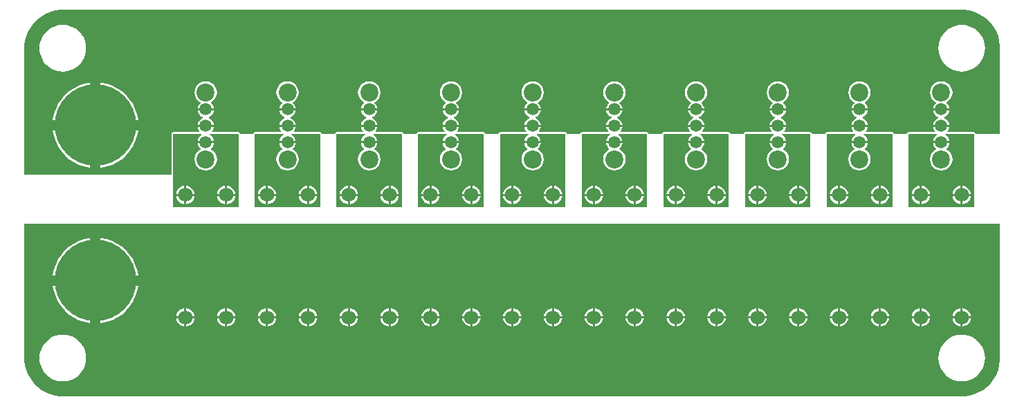
<source format=gtl>
G04*
G04 #@! TF.GenerationSoftware,Altium Limited,Altium Designer,18.1.9 (240)*
G04*
G04 Layer_Physical_Order=1*
G04 Layer_Color=255*
%FSLAX25Y25*%
%MOIN*%
G70*
G01*
G75*
%ADD14C,0.06890*%
%ADD15C,0.39370*%
%ADD16C,0.08661*%
%ADD17C,0.05906*%
G36*
X452756Y187772D02*
X453967D01*
X456369Y187456D01*
X458709Y186829D01*
X460947Y185902D01*
X463045Y184691D01*
X464967Y183216D01*
X466680Y181503D01*
X468155Y179581D01*
X469366Y177483D01*
X470294Y175245D01*
X470921Y172905D01*
X471237Y170503D01*
Y169291D01*
Y127953D01*
X459464D01*
X459403Y128260D01*
X459229Y128521D01*
X458969Y128694D01*
X458661Y128756D01*
X446166D01*
X445920Y129256D01*
X446366Y129837D01*
X446764Y130799D01*
X446834Y131331D01*
X442913D01*
X438992D01*
X439062Y130799D01*
X439461Y129837D01*
X439907Y129256D01*
X439660Y128756D01*
X427165D01*
X426858Y128694D01*
X426598Y128521D01*
X426424Y128260D01*
X426363Y127953D01*
X420094D01*
X420033Y128260D01*
X419859Y128521D01*
X419599Y128694D01*
X419291Y128756D01*
X406796D01*
X406550Y129256D01*
X406996Y129837D01*
X407394Y130799D01*
X407464Y131331D01*
X403543D01*
X399622D01*
X399692Y130799D01*
X400091Y129837D01*
X400537Y129256D01*
X400290Y128756D01*
X387795D01*
X387488Y128694D01*
X387228Y128521D01*
X387054Y128260D01*
X386993Y127953D01*
X380724D01*
X380663Y128260D01*
X380489Y128521D01*
X380228Y128694D01*
X379921Y128756D01*
X367426D01*
X367179Y129256D01*
X367626Y129837D01*
X368024Y130799D01*
X368094Y131331D01*
X364173D01*
X360252D01*
X360322Y130799D01*
X360720Y129837D01*
X361167Y129256D01*
X360920Y128756D01*
X348425D01*
X348118Y128694D01*
X347857Y128521D01*
X347684Y128260D01*
X347622Y127953D01*
X341354D01*
X341293Y128260D01*
X341119Y128521D01*
X340858Y128694D01*
X340551Y128756D01*
X328056D01*
X327810Y129256D01*
X328256Y129837D01*
X328654Y130799D01*
X328724Y131331D01*
X324803D01*
X320882D01*
X320952Y130799D01*
X321350Y129837D01*
X321797Y129256D01*
X321550Y128756D01*
X309055D01*
X308748Y128694D01*
X308487Y128521D01*
X308313Y128260D01*
X308252Y127953D01*
X301984D01*
X301923Y128260D01*
X301749Y128521D01*
X301488Y128694D01*
X301181Y128756D01*
X288686D01*
X288439Y129256D01*
X288886Y129837D01*
X289284Y130799D01*
X289354Y131331D01*
X285433D01*
X281512D01*
X281582Y130799D01*
X281980Y129837D01*
X282427Y129256D01*
X282180Y128756D01*
X269685D01*
X269378Y128694D01*
X269117Y128521D01*
X268943Y128260D01*
X268882Y127953D01*
X262614D01*
X262553Y128260D01*
X262379Y128521D01*
X262118Y128694D01*
X261811Y128756D01*
X249316D01*
X249069Y129256D01*
X249516Y129837D01*
X249914Y130799D01*
X249984Y131331D01*
X246063D01*
X242142D01*
X242212Y130799D01*
X242610Y129837D01*
X243057Y129256D01*
X242810Y128756D01*
X230315D01*
X230008Y128694D01*
X229747Y128521D01*
X229573Y128260D01*
X229512Y127953D01*
X223244D01*
X223183Y128260D01*
X223009Y128521D01*
X222748Y128694D01*
X222441Y128756D01*
X209946D01*
X209699Y129256D01*
X210146Y129837D01*
X210544Y130799D01*
X210614Y131331D01*
X206693D01*
X202772D01*
X202842Y130799D01*
X203240Y129837D01*
X203686Y129256D01*
X203440Y128756D01*
X190945D01*
X190638Y128694D01*
X190377Y128521D01*
X190203Y128260D01*
X190142Y127953D01*
X183874D01*
X183813Y128260D01*
X183639Y128521D01*
X183378Y128694D01*
X183071Y128756D01*
X170576D01*
X170329Y129256D01*
X170775Y129837D01*
X171174Y130799D01*
X171244Y131331D01*
X167323D01*
X163402D01*
X163472Y130799D01*
X163870Y129837D01*
X164316Y129256D01*
X164070Y128756D01*
X151575D01*
X151268Y128694D01*
X151007Y128521D01*
X150833Y128260D01*
X150772Y127953D01*
X144504D01*
X144442Y128260D01*
X144269Y128521D01*
X144008Y128694D01*
X143701Y128756D01*
X131206D01*
X130959Y129256D01*
X131405Y129837D01*
X131804Y130799D01*
X131874Y131331D01*
X127953D01*
X124032D01*
X124102Y130799D01*
X124500Y129837D01*
X124946Y129256D01*
X124700Y128756D01*
X112205D01*
X111898Y128694D01*
X111637Y128521D01*
X111463Y128260D01*
X111402Y127953D01*
X105133D01*
X105072Y128260D01*
X104898Y128521D01*
X104638Y128694D01*
X104331Y128756D01*
X91836D01*
X91589Y129256D01*
X92035Y129837D01*
X92434Y130799D01*
X92504Y131331D01*
X88583D01*
X84662D01*
X84732Y130799D01*
X85130Y129837D01*
X85576Y129256D01*
X85330Y128756D01*
X72835D01*
X72527Y128694D01*
X72267Y128521D01*
X72093Y128260D01*
X72032Y127953D01*
Y108268D01*
X1204D01*
Y169291D01*
Y170503D01*
X1520Y172905D01*
X2147Y175245D01*
X3074Y177483D01*
X4286Y179581D01*
X5761Y181503D01*
X7474Y183216D01*
X9396Y184691D01*
X11494Y185902D01*
X13732Y186829D01*
X16072Y187456D01*
X18474Y187772D01*
X19685D01*
X452756Y187772D01*
D02*
G37*
G36*
X419291Y92520D02*
X387795D01*
Y127953D01*
X401555D01*
X401654Y127453D01*
X401550Y127409D01*
X400724Y126776D01*
X400091Y125950D01*
X399692Y124989D01*
X399622Y124457D01*
X403543D01*
X407464D01*
X407394Y124989D01*
X406996Y125950D01*
X406362Y126776D01*
X405537Y127409D01*
X405432Y127453D01*
X405531Y127953D01*
X419291D01*
Y92520D01*
D02*
G37*
G36*
X458661D02*
X427165D01*
Y127953D01*
X440925D01*
X441024Y127453D01*
X440920Y127409D01*
X440094Y126776D01*
X439461Y125950D01*
X439062Y124989D01*
X438992Y124457D01*
X442913D01*
X446834D01*
X446764Y124989D01*
X446366Y125950D01*
X445732Y126776D01*
X444907Y127409D01*
X444802Y127453D01*
X444902Y127953D01*
X458661D01*
Y92520D01*
D02*
G37*
G36*
X301181D02*
X269685D01*
Y127953D01*
X283445D01*
X283544Y127453D01*
X283440Y127409D01*
X282614Y126776D01*
X281980Y125950D01*
X281582Y124989D01*
X281512Y124457D01*
X285433D01*
X289354D01*
X289284Y124989D01*
X288886Y125950D01*
X288252Y126776D01*
X287426Y127409D01*
X287322Y127453D01*
X287421Y127953D01*
X301181D01*
Y92520D01*
D02*
G37*
G36*
X143701D02*
X112205D01*
Y127953D01*
X125964D01*
X126064Y127453D01*
X125959Y127409D01*
X125134Y126776D01*
X124500Y125950D01*
X124102Y124989D01*
X124032Y124457D01*
X127953D01*
X131874D01*
X131804Y124989D01*
X131405Y125950D01*
X130772Y126776D01*
X129946Y127409D01*
X129841Y127453D01*
X129941Y127953D01*
X143701D01*
Y92520D01*
D02*
G37*
G36*
X340551D02*
X309055D01*
Y127953D01*
X322815D01*
X322914Y127453D01*
X322810Y127409D01*
X321984Y126776D01*
X321350Y125950D01*
X320952Y124989D01*
X320882Y124457D01*
X324803D01*
X328724D01*
X328654Y124989D01*
X328256Y125950D01*
X327622Y126776D01*
X326797Y127409D01*
X326692Y127453D01*
X326791Y127953D01*
X340551D01*
Y92520D01*
D02*
G37*
G36*
X183071D02*
X151575D01*
Y127953D01*
X165335D01*
X165434Y127453D01*
X165329Y127409D01*
X164504Y126776D01*
X163870Y125950D01*
X163472Y124989D01*
X163402Y124457D01*
X167323D01*
X171244D01*
X171174Y124989D01*
X170775Y125950D01*
X170142Y126776D01*
X169316Y127409D01*
X169212Y127453D01*
X169311Y127953D01*
X183071D01*
Y92520D01*
D02*
G37*
G36*
X104331D02*
X72835D01*
Y127953D01*
X86594D01*
X86694Y127453D01*
X86589Y127409D01*
X85764Y126776D01*
X85130Y125950D01*
X84732Y124989D01*
X84662Y124457D01*
X88583D01*
X92504D01*
X92434Y124989D01*
X92035Y125950D01*
X91402Y126776D01*
X90576Y127409D01*
X90471Y127453D01*
X90571Y127953D01*
X104331D01*
Y92520D01*
D02*
G37*
G36*
X379921D02*
X348425D01*
Y127953D01*
X362185D01*
X362284Y127453D01*
X362180Y127409D01*
X361354Y126776D01*
X360720Y125950D01*
X360322Y124989D01*
X360252Y124457D01*
X364173D01*
X368094D01*
X368024Y124989D01*
X367626Y125950D01*
X366992Y126776D01*
X366167Y127409D01*
X366062Y127453D01*
X366161Y127953D01*
X379921D01*
Y92520D01*
D02*
G37*
G36*
X222441D02*
X190945D01*
Y127953D01*
X204705D01*
X204804Y127453D01*
X204699Y127409D01*
X203874Y126776D01*
X203240Y125950D01*
X202842Y124989D01*
X202772Y124457D01*
X206693D01*
X210614D01*
X210544Y124989D01*
X210146Y125950D01*
X209512Y126776D01*
X208686Y127409D01*
X208582Y127453D01*
X208681Y127953D01*
X222441D01*
Y92520D01*
D02*
G37*
G36*
X261811D02*
X230315D01*
Y127953D01*
X244075D01*
X244174Y127453D01*
X244070Y127409D01*
X243244Y126776D01*
X242610Y125950D01*
X242212Y124989D01*
X242142Y124457D01*
X246063D01*
X249984D01*
X249914Y124989D01*
X249516Y125950D01*
X248882Y126776D01*
X248056Y127409D01*
X247952Y127453D01*
X248051Y127953D01*
X261811D01*
Y92520D01*
D02*
G37*
G36*
X471237Y19685D02*
Y18474D01*
X470921Y16072D01*
X470294Y13732D01*
X469366Y11494D01*
X468155Y9396D01*
X466680Y7474D01*
X464967Y5761D01*
X463045Y4286D01*
X460947Y3074D01*
X458709Y2147D01*
X456369Y1520D01*
X453967Y1204D01*
X18474D01*
X16072Y1520D01*
X13732Y2147D01*
X11494Y3074D01*
X9396Y4286D01*
X7474Y5761D01*
X5761Y7474D01*
X4286Y9396D01*
X3074Y11494D01*
X2147Y13732D01*
X1520Y16072D01*
X1204Y18474D01*
Y19685D01*
Y84646D01*
X471237D01*
Y19685D01*
D02*
G37*
%LPC*%
G36*
X452756Y180546D02*
X450995Y180408D01*
X449278Y179996D01*
X447646Y179320D01*
X446140Y178397D01*
X444797Y177250D01*
X443650Y175907D01*
X442728Y174401D01*
X442052Y172769D01*
X441639Y171052D01*
X441501Y169291D01*
X441639Y167531D01*
X442052Y165813D01*
X442728Y164182D01*
X443650Y162676D01*
X444797Y161333D01*
X446140Y160186D01*
X447646Y159263D01*
X449278Y158587D01*
X450995Y158175D01*
X452756Y158036D01*
X454517Y158175D01*
X456234Y158587D01*
X457866Y159263D01*
X459372Y160186D01*
X460714Y161333D01*
X461862Y162676D01*
X462784Y164182D01*
X463460Y165813D01*
X463872Y167531D01*
X464011Y169291D01*
X463872Y171052D01*
X463460Y172769D01*
X462784Y174401D01*
X461862Y175907D01*
X460714Y177250D01*
X459372Y178397D01*
X457866Y179320D01*
X456234Y179996D01*
X454517Y180408D01*
X452756Y180546D01*
D02*
G37*
G36*
X19685D02*
X17924Y180408D01*
X16207Y179996D01*
X14575Y179320D01*
X13069Y178397D01*
X11726Y177250D01*
X10579Y175907D01*
X9657Y174401D01*
X8981Y172769D01*
X8568Y171052D01*
X8430Y169291D01*
X8568Y167531D01*
X8981Y165813D01*
X9657Y164182D01*
X10579Y162676D01*
X11726Y161333D01*
X13069Y160186D01*
X14575Y159263D01*
X16207Y158587D01*
X17924Y158175D01*
X19685Y158036D01*
X21446Y158175D01*
X23163Y158587D01*
X24795Y159263D01*
X26301Y160186D01*
X27644Y161333D01*
X28791Y162676D01*
X29713Y164182D01*
X30389Y165813D01*
X30802Y167531D01*
X30940Y169291D01*
X30802Y171052D01*
X30389Y172769D01*
X29713Y174401D01*
X28791Y175907D01*
X27644Y177250D01*
X26301Y178397D01*
X24795Y179320D01*
X23163Y179996D01*
X21446Y180408D01*
X19685Y180546D01*
D02*
G37*
G36*
X403543Y153349D02*
X402152Y153166D01*
X400855Y152629D01*
X399741Y151774D01*
X398887Y150661D01*
X398350Y149364D01*
X398166Y147972D01*
X398350Y146581D01*
X398887Y145284D01*
X399741Y144170D01*
X400855Y143316D01*
X400979Y143265D01*
X401044Y142769D01*
X400724Y142524D01*
X400091Y141698D01*
X399692Y140737D01*
X399622Y140205D01*
X403543D01*
X407464D01*
X407394Y140737D01*
X406996Y141698D01*
X406362Y142524D01*
X406043Y142769D01*
X406108Y143265D01*
X406232Y143316D01*
X407345Y144170D01*
X408200Y145284D01*
X408737Y146581D01*
X408920Y147972D01*
X408737Y149364D01*
X408200Y150661D01*
X407345Y151774D01*
X406232Y152629D01*
X404935Y153166D01*
X403543Y153349D01*
D02*
G37*
G36*
X442913D02*
X441522Y153166D01*
X440225Y152629D01*
X439111Y151774D01*
X438257Y150661D01*
X437720Y149364D01*
X437537Y147972D01*
X437720Y146581D01*
X438257Y145284D01*
X439111Y144170D01*
X440225Y143316D01*
X440348Y143265D01*
X440414Y142769D01*
X440094Y142524D01*
X439461Y141698D01*
X439062Y140737D01*
X438992Y140205D01*
X442913D01*
X446834D01*
X446764Y140737D01*
X446366Y141698D01*
X445732Y142524D01*
X445413Y142769D01*
X445478Y143265D01*
X445602Y143316D01*
X446715Y144170D01*
X447570Y145284D01*
X448107Y146581D01*
X448290Y147972D01*
X448107Y149364D01*
X447570Y150661D01*
X446715Y151774D01*
X445602Y152629D01*
X444305Y153166D01*
X442913Y153349D01*
D02*
G37*
G36*
X285433D02*
X284041Y153166D01*
X282745Y152629D01*
X281631Y151774D01*
X280777Y150661D01*
X280240Y149364D01*
X280056Y147972D01*
X280240Y146581D01*
X280777Y145284D01*
X281631Y144170D01*
X282745Y143316D01*
X282868Y143265D01*
X282933Y142769D01*
X282614Y142524D01*
X281980Y141698D01*
X281582Y140737D01*
X281512Y140205D01*
X285433D01*
X289354D01*
X289284Y140737D01*
X288886Y141698D01*
X288252Y142524D01*
X287932Y142769D01*
X287998Y143265D01*
X288121Y143316D01*
X289235Y144170D01*
X290089Y145284D01*
X290627Y146581D01*
X290810Y147972D01*
X290627Y149364D01*
X290089Y150661D01*
X289235Y151774D01*
X288121Y152629D01*
X286825Y153166D01*
X285433Y153349D01*
D02*
G37*
G36*
X127953D02*
X126561Y153166D01*
X125264Y152629D01*
X124151Y151774D01*
X123296Y150661D01*
X122759Y149364D01*
X122576Y147972D01*
X122759Y146581D01*
X123296Y145284D01*
X124151Y144170D01*
X125264Y143316D01*
X125388Y143265D01*
X125453Y142769D01*
X125134Y142524D01*
X124500Y141698D01*
X124102Y140737D01*
X124032Y140205D01*
X127953D01*
X131874D01*
X131804Y140737D01*
X131405Y141698D01*
X130772Y142524D01*
X130452Y142769D01*
X130517Y143265D01*
X130641Y143316D01*
X131755Y144170D01*
X132609Y145284D01*
X133146Y146581D01*
X133329Y147972D01*
X133146Y149364D01*
X132609Y150661D01*
X131755Y151774D01*
X130641Y152629D01*
X129344Y153166D01*
X127953Y153349D01*
D02*
G37*
G36*
X324803D02*
X323411Y153166D01*
X322115Y152629D01*
X321001Y151774D01*
X320147Y150661D01*
X319610Y149364D01*
X319426Y147972D01*
X319610Y146581D01*
X320147Y145284D01*
X321001Y144170D01*
X322115Y143316D01*
X322238Y143265D01*
X322304Y142769D01*
X321984Y142524D01*
X321350Y141698D01*
X320952Y140737D01*
X320882Y140205D01*
X324803D01*
X328724D01*
X328654Y140737D01*
X328256Y141698D01*
X327622Y142524D01*
X327303Y142769D01*
X327368Y143265D01*
X327491Y143316D01*
X328605Y144170D01*
X329460Y145284D01*
X329997Y146581D01*
X330180Y147972D01*
X329997Y149364D01*
X329460Y150661D01*
X328605Y151774D01*
X327491Y152629D01*
X326195Y153166D01*
X324803Y153349D01*
D02*
G37*
G36*
X167323D02*
X165931Y153166D01*
X164634Y152629D01*
X163521Y151774D01*
X162666Y150661D01*
X162129Y149364D01*
X161946Y147972D01*
X162129Y146581D01*
X162666Y145284D01*
X163521Y144170D01*
X164634Y143316D01*
X164758Y143265D01*
X164823Y142769D01*
X164504Y142524D01*
X163870Y141698D01*
X163472Y140737D01*
X163402Y140205D01*
X167323D01*
X171244D01*
X171174Y140737D01*
X170775Y141698D01*
X170142Y142524D01*
X169822Y142769D01*
X169888Y143265D01*
X170011Y143316D01*
X171125Y144170D01*
X171979Y145284D01*
X172516Y146581D01*
X172699Y147972D01*
X172516Y149364D01*
X171979Y150661D01*
X171125Y151774D01*
X170011Y152629D01*
X168714Y153166D01*
X167323Y153349D01*
D02*
G37*
G36*
X88583D02*
X87191Y153166D01*
X85894Y152629D01*
X84781Y151774D01*
X83926Y150661D01*
X83389Y149364D01*
X83206Y147972D01*
X83389Y146581D01*
X83926Y145284D01*
X84781Y144170D01*
X85894Y143316D01*
X86018Y143265D01*
X86083Y142769D01*
X85764Y142524D01*
X85130Y141698D01*
X84732Y140737D01*
X84662Y140205D01*
X88583D01*
X92504D01*
X92434Y140737D01*
X92035Y141698D01*
X91402Y142524D01*
X91082Y142769D01*
X91147Y143265D01*
X91271Y143316D01*
X92385Y144170D01*
X93239Y145284D01*
X93776Y146581D01*
X93959Y147972D01*
X93776Y149364D01*
X93239Y150661D01*
X92385Y151774D01*
X91271Y152629D01*
X89974Y153166D01*
X88583Y153349D01*
D02*
G37*
G36*
X364173D02*
X362782Y153166D01*
X361485Y152629D01*
X360371Y151774D01*
X359517Y150661D01*
X358980Y149364D01*
X358796Y147972D01*
X358980Y146581D01*
X359517Y145284D01*
X360371Y144170D01*
X361485Y143316D01*
X361608Y143265D01*
X361674Y142769D01*
X361354Y142524D01*
X360720Y141698D01*
X360322Y140737D01*
X360252Y140205D01*
X364173D01*
X368094D01*
X368024Y140737D01*
X367626Y141698D01*
X366992Y142524D01*
X366673Y142769D01*
X366738Y143265D01*
X366862Y143316D01*
X367975Y144170D01*
X368829Y145284D01*
X369367Y146581D01*
X369550Y147972D01*
X369367Y149364D01*
X368829Y150661D01*
X367975Y151774D01*
X366862Y152629D01*
X365565Y153166D01*
X364173Y153349D01*
D02*
G37*
G36*
X206693D02*
X205301Y153166D01*
X204005Y152629D01*
X202891Y151774D01*
X202036Y150661D01*
X201499Y149364D01*
X201316Y147972D01*
X201499Y146581D01*
X202036Y145284D01*
X202891Y144170D01*
X204005Y143316D01*
X204128Y143265D01*
X204193Y142769D01*
X203874Y142524D01*
X203240Y141698D01*
X202842Y140737D01*
X202772Y140205D01*
X206693D01*
X210614D01*
X210544Y140737D01*
X210146Y141698D01*
X209512Y142524D01*
X209192Y142769D01*
X209258Y143265D01*
X209381Y143316D01*
X210495Y144170D01*
X211349Y145284D01*
X211886Y146581D01*
X212070Y147972D01*
X211886Y149364D01*
X211349Y150661D01*
X210495Y151774D01*
X209381Y152629D01*
X208085Y153166D01*
X206693Y153349D01*
D02*
G37*
G36*
X246063D02*
X244671Y153166D01*
X243375Y152629D01*
X242261Y151774D01*
X241407Y150661D01*
X240869Y149364D01*
X240686Y147972D01*
X240869Y146581D01*
X241407Y145284D01*
X242261Y144170D01*
X243375Y143316D01*
X243498Y143265D01*
X243564Y142769D01*
X243244Y142524D01*
X242610Y141698D01*
X242212Y140737D01*
X242142Y140205D01*
X246063D01*
X249984D01*
X249914Y140737D01*
X249516Y141698D01*
X248882Y142524D01*
X248562Y142769D01*
X248628Y143265D01*
X248751Y143316D01*
X249865Y144170D01*
X250719Y145284D01*
X251256Y146581D01*
X251440Y147972D01*
X251256Y149364D01*
X250719Y150661D01*
X249865Y151774D01*
X248751Y152629D01*
X247455Y153166D01*
X246063Y153349D01*
D02*
G37*
G36*
X37933Y152636D02*
Y134587D01*
X55983D01*
X55970Y134790D01*
X55441Y137448D01*
X54570Y140013D01*
X53372Y142443D01*
X51866Y144696D01*
X50080Y146733D01*
X48043Y148520D01*
X45790Y150025D01*
X43360Y151224D01*
X40794Y152094D01*
X38137Y152623D01*
X37933Y152636D01*
D02*
G37*
G36*
X32933D02*
X32729Y152623D01*
X30072Y152094D01*
X27506Y151224D01*
X25076Y150025D01*
X22823Y148520D01*
X20786Y146733D01*
X19000Y144696D01*
X17494Y142443D01*
X16296Y140013D01*
X15425Y137448D01*
X14897Y134790D01*
X14883Y134587D01*
X32933D01*
Y152636D01*
D02*
G37*
G36*
X407464Y139205D02*
X403543D01*
X399622D01*
X399692Y138673D01*
X400091Y137711D01*
X400724Y136886D01*
X401550Y136252D01*
X402066Y136038D01*
Y135497D01*
X401550Y135283D01*
X400724Y134650D01*
X400091Y133824D01*
X399692Y132863D01*
X399622Y132331D01*
X403543D01*
X407464D01*
X407394Y132863D01*
X406996Y133824D01*
X406362Y134650D01*
X405537Y135283D01*
X405021Y135497D01*
Y136038D01*
X405537Y136252D01*
X406362Y136886D01*
X406996Y137711D01*
X407394Y138673D01*
X407464Y139205D01*
D02*
G37*
G36*
X446834Y139205D02*
X442913D01*
X438992D01*
X439062Y138673D01*
X439461Y137711D01*
X440094Y136886D01*
X440920Y136252D01*
X441436Y136038D01*
Y135497D01*
X440920Y135283D01*
X440094Y134650D01*
X439461Y133824D01*
X439062Y132863D01*
X438992Y132331D01*
X442913D01*
X446834D01*
X446764Y132863D01*
X446366Y133824D01*
X445732Y134650D01*
X444907Y135283D01*
X444391Y135497D01*
Y136038D01*
X444907Y136252D01*
X445732Y136886D01*
X446366Y137711D01*
X446764Y138673D01*
X446834Y139205D01*
D02*
G37*
G36*
X289354D02*
X285433D01*
X281512D01*
X281582Y138673D01*
X281980Y137711D01*
X282614Y136886D01*
X283440Y136252D01*
X283956Y136038D01*
Y135497D01*
X283440Y135283D01*
X282614Y134650D01*
X281980Y133824D01*
X281582Y132863D01*
X281512Y132331D01*
X285433D01*
X289354D01*
X289284Y132863D01*
X288886Y133824D01*
X288252Y134650D01*
X287426Y135283D01*
X286911Y135497D01*
Y136038D01*
X287426Y136252D01*
X288252Y136886D01*
X288886Y137711D01*
X289284Y138673D01*
X289354Y139205D01*
D02*
G37*
G36*
X131874D02*
X127953D01*
X124032D01*
X124102Y138673D01*
X124500Y137711D01*
X125134Y136886D01*
X125959Y136252D01*
X126475Y136038D01*
Y135497D01*
X125959Y135283D01*
X125134Y134650D01*
X124500Y133824D01*
X124102Y132863D01*
X124032Y132331D01*
X127953D01*
X131874D01*
X131804Y132863D01*
X131405Y133824D01*
X130772Y134650D01*
X129946Y135283D01*
X129430Y135497D01*
Y136038D01*
X129946Y136252D01*
X130772Y136886D01*
X131405Y137711D01*
X131804Y138673D01*
X131874Y139205D01*
D02*
G37*
G36*
X328724Y139205D02*
X324803D01*
X320882D01*
X320952Y138673D01*
X321350Y137711D01*
X321984Y136886D01*
X322810Y136252D01*
X323325Y136038D01*
Y135497D01*
X322810Y135283D01*
X321984Y134650D01*
X321350Y133824D01*
X320952Y132863D01*
X320882Y132331D01*
X324803D01*
X328724D01*
X328654Y132863D01*
X328256Y133824D01*
X327622Y134650D01*
X326797Y135283D01*
X326281Y135497D01*
Y136038D01*
X326797Y136252D01*
X327622Y136886D01*
X328256Y137711D01*
X328654Y138673D01*
X328724Y139205D01*
D02*
G37*
G36*
X171244D02*
X167323D01*
X163402D01*
X163472Y138673D01*
X163870Y137711D01*
X164504Y136886D01*
X165329Y136252D01*
X165845Y136038D01*
Y135497D01*
X165329Y135283D01*
X164504Y134650D01*
X163870Y133824D01*
X163472Y132863D01*
X163402Y132331D01*
X167323D01*
X171244D01*
X171174Y132863D01*
X170775Y133824D01*
X170142Y134650D01*
X169316Y135283D01*
X168800Y135497D01*
Y136038D01*
X169316Y136252D01*
X170142Y136886D01*
X170775Y137711D01*
X171174Y138673D01*
X171244Y139205D01*
D02*
G37*
G36*
X92504D02*
X88583D01*
X84662D01*
X84732Y138673D01*
X85130Y137711D01*
X85764Y136886D01*
X86589Y136252D01*
X87105Y136038D01*
Y135497D01*
X86589Y135283D01*
X85764Y134650D01*
X85130Y133824D01*
X84732Y132863D01*
X84662Y132331D01*
X88583D01*
X92504D01*
X92434Y132863D01*
X92035Y133824D01*
X91402Y134650D01*
X90576Y135283D01*
X90060Y135497D01*
Y136038D01*
X90576Y136252D01*
X91402Y136886D01*
X92035Y137711D01*
X92434Y138673D01*
X92504Y139205D01*
D02*
G37*
G36*
X368094Y139205D02*
X364173D01*
X360252D01*
X360322Y138673D01*
X360720Y137711D01*
X361354Y136886D01*
X362180Y136252D01*
X362696Y136038D01*
Y135497D01*
X362180Y135283D01*
X361354Y134650D01*
X360720Y133824D01*
X360322Y132863D01*
X360252Y132331D01*
X364173D01*
X368094D01*
X368024Y132863D01*
X367626Y133824D01*
X366992Y134650D01*
X366167Y135283D01*
X365651Y135497D01*
Y136038D01*
X366167Y136252D01*
X366992Y136886D01*
X367626Y137711D01*
X368024Y138673D01*
X368094Y139205D01*
D02*
G37*
G36*
X210614D02*
X206693D01*
X202772D01*
X202842Y138673D01*
X203240Y137711D01*
X203874Y136886D01*
X204699Y136252D01*
X205215Y136038D01*
Y135497D01*
X204699Y135283D01*
X203874Y134650D01*
X203240Y133824D01*
X202842Y132863D01*
X202772Y132331D01*
X206693D01*
X210614D01*
X210544Y132863D01*
X210146Y133824D01*
X209512Y134650D01*
X208686Y135283D01*
X208170Y135497D01*
Y136038D01*
X208686Y136252D01*
X209512Y136886D01*
X210146Y137711D01*
X210544Y138673D01*
X210614Y139205D01*
D02*
G37*
G36*
X249984Y139205D02*
X246063D01*
X242142D01*
X242212Y138673D01*
X242610Y137711D01*
X243244Y136886D01*
X244070Y136252D01*
X244585Y136038D01*
Y135497D01*
X244070Y135283D01*
X243244Y134650D01*
X242610Y133824D01*
X242212Y132863D01*
X242142Y132331D01*
X246063D01*
X249984D01*
X249914Y132863D01*
X249516Y133824D01*
X248882Y134650D01*
X248056Y135283D01*
X247540Y135497D01*
Y136038D01*
X248056Y136252D01*
X248882Y136886D01*
X249516Y137711D01*
X249914Y138673D01*
X249984Y139205D01*
D02*
G37*
G36*
X55983Y129587D02*
X37933D01*
Y111537D01*
X38137Y111550D01*
X40794Y112079D01*
X43360Y112950D01*
X45790Y114148D01*
X48043Y115653D01*
X50080Y117440D01*
X51866Y119477D01*
X53372Y121730D01*
X54570Y124160D01*
X55441Y126725D01*
X55970Y129383D01*
X55983Y129587D01*
D02*
G37*
G36*
X32933D02*
X14883D01*
X14897Y129383D01*
X15425Y126725D01*
X16296Y124160D01*
X17494Y121730D01*
X19000Y119477D01*
X20786Y117440D01*
X22823Y115653D01*
X25076Y114148D01*
X27506Y112950D01*
X30072Y112079D01*
X32729Y111550D01*
X32933Y111537D01*
Y129587D01*
D02*
G37*
G36*
X407464Y123457D02*
X403543D01*
X399622D01*
X399692Y122925D01*
X400091Y121963D01*
X400724Y121137D01*
X401044Y120892D01*
X400979Y120396D01*
X400855Y120345D01*
X399741Y119491D01*
X398887Y118377D01*
X398350Y117081D01*
X398166Y115689D01*
X398350Y114297D01*
X398887Y113001D01*
X399741Y111887D01*
X400855Y111033D01*
X402152Y110495D01*
X403543Y110312D01*
X404935Y110495D01*
X406232Y111033D01*
X407345Y111887D01*
X408200Y113001D01*
X408737Y114297D01*
X408920Y115689D01*
X408737Y117081D01*
X408200Y118377D01*
X407345Y119491D01*
X406232Y120345D01*
X406108Y120396D01*
X406043Y120892D01*
X406362Y121137D01*
X406996Y121963D01*
X407394Y122925D01*
X407464Y123457D01*
D02*
G37*
G36*
X413886Y102843D02*
Y98925D01*
X417803D01*
X417716Y99585D01*
X417268Y100667D01*
X416556Y101595D01*
X415627Y102308D01*
X414546Y102756D01*
X413886Y102843D01*
D02*
G37*
G36*
X412886D02*
X412225Y102756D01*
X411144Y102308D01*
X410216Y101595D01*
X409503Y100667D01*
X409055Y99585D01*
X408968Y98925D01*
X412886D01*
Y102843D01*
D02*
G37*
G36*
X394201Y102843D02*
Y98925D01*
X398118D01*
X398031Y99585D01*
X397583Y100667D01*
X396871Y101595D01*
X395942Y102308D01*
X394861Y102756D01*
X394201Y102843D01*
D02*
G37*
G36*
X393201Y102843D02*
X392540Y102756D01*
X391459Y102308D01*
X390530Y101595D01*
X389818Y100667D01*
X389370Y99585D01*
X389283Y98925D01*
X393201D01*
Y102843D01*
D02*
G37*
G36*
X398118Y97925D02*
X394201D01*
Y94008D01*
X394861Y94095D01*
X395942Y94543D01*
X396871Y95255D01*
X397583Y96184D01*
X398031Y97265D01*
X398118Y97925D01*
D02*
G37*
G36*
X417803Y97925D02*
X413886D01*
Y94008D01*
X414546Y94095D01*
X415627Y94543D01*
X416556Y95255D01*
X417268Y96184D01*
X417716Y97265D01*
X417803Y97925D01*
D02*
G37*
G36*
X412886D02*
X408968D01*
X409055Y97265D01*
X409503Y96184D01*
X410216Y95255D01*
X411144Y94543D01*
X412225Y94095D01*
X412886Y94008D01*
Y97925D01*
D02*
G37*
G36*
X393201Y97925D02*
X389283D01*
X389370Y97265D01*
X389818Y96184D01*
X390530Y95255D01*
X391459Y94543D01*
X392540Y94095D01*
X393201Y94008D01*
Y97925D01*
D02*
G37*
G36*
X446834Y123457D02*
X442913D01*
X438992D01*
X439062Y122925D01*
X439461Y121963D01*
X440094Y121137D01*
X440414Y120892D01*
X440348Y120396D01*
X440225Y120345D01*
X439111Y119491D01*
X438257Y118377D01*
X437720Y117081D01*
X437537Y115689D01*
X437720Y114297D01*
X438257Y113001D01*
X439111Y111887D01*
X440225Y111033D01*
X441522Y110495D01*
X442913Y110312D01*
X444305Y110495D01*
X445602Y111033D01*
X446715Y111887D01*
X447570Y113001D01*
X448107Y114297D01*
X448290Y115689D01*
X448107Y117081D01*
X447570Y118377D01*
X446715Y119491D01*
X445602Y120345D01*
X445478Y120396D01*
X445413Y120892D01*
X445732Y121137D01*
X446366Y121963D01*
X446764Y122925D01*
X446834Y123457D01*
D02*
G37*
G36*
X433571Y102843D02*
Y98925D01*
X437488D01*
X437401Y99585D01*
X436953Y100667D01*
X436241Y101595D01*
X435312Y102308D01*
X434231Y102756D01*
X433571Y102843D01*
D02*
G37*
G36*
X432571Y102843D02*
X431910Y102756D01*
X430829Y102308D01*
X429901Y101595D01*
X429188Y100667D01*
X428740Y99585D01*
X428653Y98925D01*
X432571D01*
Y102843D01*
D02*
G37*
G36*
X453256Y102843D02*
Y98925D01*
X457173D01*
X457086Y99585D01*
X456638Y100667D01*
X455926Y101595D01*
X454997Y102308D01*
X453916Y102756D01*
X453256Y102843D01*
D02*
G37*
G36*
X452256Y102843D02*
X451595Y102756D01*
X450514Y102308D01*
X449586Y101595D01*
X448873Y100667D01*
X448425Y99585D01*
X448338Y98925D01*
X452256D01*
Y102843D01*
D02*
G37*
G36*
X457173Y97925D02*
X453256D01*
Y94008D01*
X453916Y94095D01*
X454997Y94543D01*
X455926Y95255D01*
X456638Y96184D01*
X457086Y97265D01*
X457173Y97925D01*
D02*
G37*
G36*
X437488Y97925D02*
X433571D01*
Y94008D01*
X434231Y94095D01*
X435312Y94543D01*
X436241Y95255D01*
X436953Y96184D01*
X437401Y97265D01*
X437488Y97925D01*
D02*
G37*
G36*
X432571D02*
X428653D01*
X428740Y97265D01*
X429188Y96184D01*
X429901Y95255D01*
X430829Y94543D01*
X431910Y94095D01*
X432571Y94008D01*
Y97925D01*
D02*
G37*
G36*
X452256Y97925D02*
X448338D01*
X448425Y97265D01*
X448873Y96184D01*
X449586Y95255D01*
X450514Y94543D01*
X451595Y94095D01*
X452256Y94008D01*
Y97925D01*
D02*
G37*
G36*
X289354Y123457D02*
X285433D01*
X281512D01*
X281582Y122925D01*
X281980Y121963D01*
X282614Y121137D01*
X282933Y120892D01*
X282868Y120396D01*
X282745Y120345D01*
X281631Y119491D01*
X280777Y118377D01*
X280240Y117081D01*
X280056Y115689D01*
X280240Y114297D01*
X280777Y113001D01*
X281631Y111887D01*
X282745Y111033D01*
X284041Y110495D01*
X285433Y110312D01*
X286825Y110495D01*
X288121Y111033D01*
X289235Y111887D01*
X290089Y113001D01*
X290627Y114297D01*
X290810Y115689D01*
X290627Y117081D01*
X290089Y118377D01*
X289235Y119491D01*
X288121Y120345D01*
X287998Y120396D01*
X287932Y120892D01*
X288252Y121137D01*
X288886Y121963D01*
X289284Y122925D01*
X289354Y123457D01*
D02*
G37*
G36*
X276091Y102843D02*
Y98925D01*
X280008D01*
X279921Y99585D01*
X279473Y100667D01*
X278761Y101595D01*
X277832Y102308D01*
X276751Y102756D01*
X276091Y102843D01*
D02*
G37*
G36*
X275091Y102843D02*
X274430Y102756D01*
X273349Y102308D01*
X272420Y101595D01*
X271708Y100667D01*
X271260Y99585D01*
X271173Y98925D01*
X275091D01*
Y102843D01*
D02*
G37*
G36*
X295776Y102843D02*
Y98925D01*
X299693D01*
X299606Y99585D01*
X299158Y100667D01*
X298446Y101595D01*
X297517Y102308D01*
X296436Y102756D01*
X295776Y102843D01*
D02*
G37*
G36*
X294776Y102843D02*
X294115Y102756D01*
X293034Y102308D01*
X292105Y101595D01*
X291393Y100667D01*
X290945Y99585D01*
X290858Y98925D01*
X294776D01*
Y102843D01*
D02*
G37*
G36*
X299693Y97925D02*
X295776D01*
Y94008D01*
X296436Y94095D01*
X297517Y94543D01*
X298446Y95255D01*
X299158Y96184D01*
X299606Y97265D01*
X299693Y97925D01*
D02*
G37*
G36*
X280008Y97925D02*
X276091D01*
Y94008D01*
X276751Y94095D01*
X277832Y94543D01*
X278761Y95255D01*
X279473Y96184D01*
X279921Y97265D01*
X280008Y97925D01*
D02*
G37*
G36*
X275091D02*
X271173D01*
X271260Y97265D01*
X271708Y96184D01*
X272420Y95255D01*
X273349Y94543D01*
X274430Y94095D01*
X275091Y94008D01*
Y97925D01*
D02*
G37*
G36*
X294776Y97925D02*
X290858D01*
X290945Y97265D01*
X291393Y96184D01*
X292105Y95255D01*
X293034Y94543D01*
X294115Y94095D01*
X294776Y94008D01*
Y97925D01*
D02*
G37*
G36*
X131874Y123457D02*
X127953D01*
X124032D01*
X124102Y122925D01*
X124500Y121963D01*
X125134Y121137D01*
X125453Y120892D01*
X125388Y120396D01*
X125264Y120345D01*
X124151Y119491D01*
X123296Y118377D01*
X122759Y117081D01*
X122576Y115689D01*
X122759Y114297D01*
X123296Y113001D01*
X124151Y111887D01*
X125264Y111033D01*
X126561Y110495D01*
X127953Y110312D01*
X129344Y110495D01*
X130641Y111033D01*
X131755Y111887D01*
X132609Y113001D01*
X133146Y114297D01*
X133329Y115689D01*
X133146Y117081D01*
X132609Y118377D01*
X131755Y119491D01*
X130641Y120345D01*
X130517Y120396D01*
X130452Y120892D01*
X130772Y121137D01*
X131405Y121963D01*
X131804Y122925D01*
X131874Y123457D01*
D02*
G37*
G36*
X118610Y102843D02*
Y98925D01*
X122528D01*
X122441Y99585D01*
X121993Y100667D01*
X121280Y101595D01*
X120352Y102308D01*
X119271Y102756D01*
X118610Y102843D01*
D02*
G37*
G36*
X117610Y102843D02*
X116950Y102756D01*
X115869Y102308D01*
X114940Y101595D01*
X114228Y100667D01*
X113780Y99585D01*
X113693Y98925D01*
X117610D01*
Y102843D01*
D02*
G37*
G36*
X138295Y102843D02*
Y98925D01*
X142213D01*
X142126Y99585D01*
X141678Y100667D01*
X140965Y101595D01*
X140037Y102308D01*
X138956Y102756D01*
X138295Y102843D01*
D02*
G37*
G36*
X137295Y102843D02*
X136635Y102756D01*
X135554Y102308D01*
X134625Y101595D01*
X133913Y100667D01*
X133465Y99585D01*
X133378Y98925D01*
X137295D01*
Y102843D01*
D02*
G37*
G36*
X142213Y97925D02*
X138295D01*
Y94008D01*
X138956Y94095D01*
X140037Y94543D01*
X140965Y95255D01*
X141678Y96184D01*
X142126Y97265D01*
X142213Y97925D01*
D02*
G37*
G36*
X122528Y97925D02*
X118610D01*
Y94008D01*
X119271Y94095D01*
X120352Y94543D01*
X121280Y95255D01*
X121993Y96184D01*
X122441Y97265D01*
X122528Y97925D01*
D02*
G37*
G36*
X117610D02*
X113693D01*
X113780Y97265D01*
X114228Y96184D01*
X114940Y95255D01*
X115869Y94543D01*
X116950Y94095D01*
X117610Y94008D01*
Y97925D01*
D02*
G37*
G36*
X137295Y97925D02*
X133378D01*
X133465Y97265D01*
X133913Y96184D01*
X134625Y95255D01*
X135554Y94543D01*
X136635Y94095D01*
X137295Y94008D01*
Y97925D01*
D02*
G37*
G36*
X328724Y123457D02*
X324803D01*
X320882D01*
X320952Y122925D01*
X321350Y121963D01*
X321984Y121137D01*
X322304Y120892D01*
X322238Y120396D01*
X322115Y120345D01*
X321001Y119491D01*
X320147Y118377D01*
X319610Y117081D01*
X319426Y115689D01*
X319610Y114297D01*
X320147Y113001D01*
X321001Y111887D01*
X322115Y111033D01*
X323411Y110495D01*
X324803Y110312D01*
X326195Y110495D01*
X327491Y111033D01*
X328605Y111887D01*
X329460Y113001D01*
X329997Y114297D01*
X330180Y115689D01*
X329997Y117081D01*
X329460Y118377D01*
X328605Y119491D01*
X327491Y120345D01*
X327368Y120396D01*
X327303Y120892D01*
X327622Y121137D01*
X328256Y121963D01*
X328654Y122925D01*
X328724Y123457D01*
D02*
G37*
G36*
X315460Y102843D02*
Y98925D01*
X319378D01*
X319291Y99585D01*
X318843Y100667D01*
X318131Y101595D01*
X317202Y102308D01*
X316121Y102756D01*
X315460Y102843D01*
D02*
G37*
G36*
X314460Y102843D02*
X313800Y102756D01*
X312719Y102308D01*
X311790Y101595D01*
X311078Y100667D01*
X310630Y99585D01*
X310543Y98925D01*
X314460D01*
Y102843D01*
D02*
G37*
G36*
X335145Y102843D02*
Y98925D01*
X339063D01*
X338976Y99585D01*
X338528Y100667D01*
X337816Y101595D01*
X336887Y102308D01*
X335806Y102756D01*
X335145Y102843D01*
D02*
G37*
G36*
X334145D02*
X333485Y102756D01*
X332404Y102308D01*
X331475Y101595D01*
X330763Y100667D01*
X330315Y99585D01*
X330228Y98925D01*
X334145D01*
Y102843D01*
D02*
G37*
G36*
X314460Y97925D02*
X310543D01*
X310630Y97265D01*
X311078Y96184D01*
X311790Y95255D01*
X312719Y94543D01*
X313800Y94095D01*
X314460Y94008D01*
Y97925D01*
D02*
G37*
G36*
X339063Y97925D02*
X335145D01*
Y94008D01*
X335806Y94095D01*
X336887Y94543D01*
X337816Y95255D01*
X338528Y96184D01*
X338976Y97265D01*
X339063Y97925D01*
D02*
G37*
G36*
X334145D02*
X330228D01*
X330315Y97265D01*
X330763Y96184D01*
X331475Y95255D01*
X332404Y94543D01*
X333485Y94095D01*
X334145Y94008D01*
Y97925D01*
D02*
G37*
G36*
X319378Y97925D02*
X315460D01*
Y94008D01*
X316121Y94095D01*
X317202Y94543D01*
X318131Y95255D01*
X318843Y96184D01*
X319291Y97265D01*
X319378Y97925D01*
D02*
G37*
G36*
X171244Y123457D02*
X167323D01*
X163402D01*
X163472Y122925D01*
X163870Y121963D01*
X164504Y121137D01*
X164823Y120892D01*
X164758Y120396D01*
X164634Y120345D01*
X163521Y119491D01*
X162666Y118377D01*
X162129Y117081D01*
X161946Y115689D01*
X162129Y114297D01*
X162666Y113001D01*
X163521Y111887D01*
X164634Y111033D01*
X165931Y110495D01*
X167323Y110312D01*
X168714Y110495D01*
X170011Y111033D01*
X171125Y111887D01*
X171979Y113001D01*
X172516Y114297D01*
X172699Y115689D01*
X172516Y117081D01*
X171979Y118377D01*
X171125Y119491D01*
X170011Y120345D01*
X169888Y120396D01*
X169822Y120892D01*
X170142Y121137D01*
X170775Y121963D01*
X171174Y122925D01*
X171244Y123457D01*
D02*
G37*
G36*
X177665Y102843D02*
Y98925D01*
X181583D01*
X181496Y99585D01*
X181048Y100667D01*
X180335Y101595D01*
X179407Y102308D01*
X178326Y102756D01*
X177665Y102843D01*
D02*
G37*
G36*
X176665D02*
X176005Y102756D01*
X174924Y102308D01*
X173995Y101595D01*
X173283Y100667D01*
X172835Y99585D01*
X172748Y98925D01*
X176665D01*
Y102843D01*
D02*
G37*
G36*
X157980Y102843D02*
Y98925D01*
X161898D01*
X161811Y99585D01*
X161363Y100667D01*
X160650Y101595D01*
X159722Y102308D01*
X158641Y102756D01*
X157980Y102843D01*
D02*
G37*
G36*
X156980Y102843D02*
X156320Y102756D01*
X155239Y102308D01*
X154310Y101595D01*
X153598Y100667D01*
X153150Y99585D01*
X153063Y98925D01*
X156980D01*
Y102843D01*
D02*
G37*
G36*
X161898Y97925D02*
X157980D01*
Y94008D01*
X158641Y94095D01*
X159722Y94543D01*
X160650Y95255D01*
X161363Y96184D01*
X161811Y97265D01*
X161898Y97925D01*
D02*
G37*
G36*
X181583Y97925D02*
X177665D01*
Y94008D01*
X178326Y94095D01*
X179407Y94543D01*
X180335Y95255D01*
X181048Y96184D01*
X181496Y97265D01*
X181583Y97925D01*
D02*
G37*
G36*
X176665D02*
X172748D01*
X172835Y97265D01*
X173283Y96184D01*
X173995Y95255D01*
X174924Y94543D01*
X176005Y94095D01*
X176665Y94008D01*
Y97925D01*
D02*
G37*
G36*
X156980Y97925D02*
X153063D01*
X153150Y97265D01*
X153598Y96184D01*
X154310Y95255D01*
X155239Y94543D01*
X156320Y94095D01*
X156980Y94008D01*
Y97925D01*
D02*
G37*
G36*
X92504Y123457D02*
X88583D01*
X84662D01*
X84732Y122925D01*
X85130Y121963D01*
X85764Y121137D01*
X86083Y120892D01*
X86018Y120396D01*
X85894Y120345D01*
X84781Y119491D01*
X83926Y118377D01*
X83389Y117081D01*
X83206Y115689D01*
X83389Y114297D01*
X83926Y113001D01*
X84781Y111887D01*
X85894Y111033D01*
X87191Y110495D01*
X88583Y110312D01*
X89974Y110495D01*
X91271Y111033D01*
X92385Y111887D01*
X93239Y113001D01*
X93776Y114297D01*
X93959Y115689D01*
X93776Y117081D01*
X93239Y118377D01*
X92385Y119491D01*
X91271Y120345D01*
X91147Y120396D01*
X91082Y120892D01*
X91402Y121137D01*
X92035Y121963D01*
X92434Y122925D01*
X92504Y123457D01*
D02*
G37*
G36*
X98925Y102843D02*
Y98925D01*
X102843D01*
X102756Y99585D01*
X102308Y100667D01*
X101595Y101595D01*
X100667Y102308D01*
X99585Y102756D01*
X98925Y102843D01*
D02*
G37*
G36*
X97925D02*
X97265Y102756D01*
X96184Y102308D01*
X95255Y101595D01*
X94543Y100667D01*
X94095Y99585D01*
X94008Y98925D01*
X97925D01*
Y102843D01*
D02*
G37*
G36*
X79240Y102843D02*
Y98925D01*
X83157D01*
X83071Y99585D01*
X82623Y100667D01*
X81910Y101595D01*
X80982Y102308D01*
X79900Y102756D01*
X79240Y102843D01*
D02*
G37*
G36*
X78240Y102843D02*
X77580Y102756D01*
X76499Y102308D01*
X75570Y101595D01*
X74858Y100667D01*
X74410Y99585D01*
X74323Y98925D01*
X78240D01*
Y102843D01*
D02*
G37*
G36*
X83158Y97925D02*
X79240D01*
Y94008D01*
X79900Y94095D01*
X80982Y94543D01*
X81910Y95255D01*
X82623Y96184D01*
X83071Y97265D01*
X83158Y97925D01*
D02*
G37*
G36*
X102843Y97925D02*
X98925D01*
Y94008D01*
X99585Y94095D01*
X100667Y94543D01*
X101595Y95255D01*
X102308Y96184D01*
X102756Y97265D01*
X102843Y97925D01*
D02*
G37*
G36*
X97925D02*
X94008D01*
X94095Y97265D01*
X94543Y96184D01*
X95255Y95255D01*
X96184Y94543D01*
X97265Y94095D01*
X97925Y94008D01*
Y97925D01*
D02*
G37*
G36*
X78240Y97925D02*
X74323D01*
X74410Y97265D01*
X74858Y96184D01*
X75570Y95255D01*
X76499Y94543D01*
X77580Y94095D01*
X78240Y94008D01*
Y97925D01*
D02*
G37*
G36*
X368094Y123457D02*
X364173D01*
X360252D01*
X360322Y122925D01*
X360720Y121963D01*
X361354Y121137D01*
X361674Y120892D01*
X361608Y120396D01*
X361485Y120345D01*
X360371Y119491D01*
X359517Y118377D01*
X358980Y117081D01*
X358796Y115689D01*
X358980Y114297D01*
X359517Y113001D01*
X360371Y111887D01*
X361485Y111033D01*
X362782Y110495D01*
X364173Y110312D01*
X365565Y110495D01*
X366862Y111033D01*
X367975Y111887D01*
X368829Y113001D01*
X369367Y114297D01*
X369550Y115689D01*
X369367Y117081D01*
X368829Y118377D01*
X367975Y119491D01*
X366862Y120345D01*
X366738Y120396D01*
X366673Y120892D01*
X366992Y121137D01*
X367626Y121963D01*
X368024Y122925D01*
X368094Y123457D01*
D02*
G37*
G36*
X354831Y102843D02*
Y98925D01*
X358748D01*
X358661Y99585D01*
X358213Y100667D01*
X357501Y101595D01*
X356572Y102308D01*
X355491Y102756D01*
X354831Y102843D01*
D02*
G37*
G36*
X353831Y102843D02*
X353170Y102756D01*
X352089Y102308D01*
X351160Y101595D01*
X350448Y100667D01*
X350000Y99585D01*
X349913Y98925D01*
X353831D01*
Y102843D01*
D02*
G37*
G36*
X374516Y102843D02*
Y98925D01*
X378433D01*
X378346Y99585D01*
X377898Y100667D01*
X377186Y101595D01*
X376257Y102308D01*
X375176Y102756D01*
X374516Y102843D01*
D02*
G37*
G36*
X373516Y102843D02*
X372855Y102756D01*
X371774Y102308D01*
X370846Y101595D01*
X370133Y100667D01*
X369685Y99585D01*
X369598Y98925D01*
X373516D01*
Y102843D01*
D02*
G37*
G36*
X378433Y97925D02*
X374516D01*
Y94008D01*
X375176Y94095D01*
X376257Y94543D01*
X377186Y95255D01*
X377898Y96184D01*
X378346Y97265D01*
X378433Y97925D01*
D02*
G37*
G36*
X358748Y97925D02*
X354831D01*
Y94008D01*
X355491Y94095D01*
X356572Y94543D01*
X357501Y95255D01*
X358213Y96184D01*
X358661Y97265D01*
X358748Y97925D01*
D02*
G37*
G36*
X353831D02*
X349913D01*
X350000Y97265D01*
X350448Y96184D01*
X351160Y95255D01*
X352089Y94543D01*
X353170Y94095D01*
X353831Y94008D01*
Y97925D01*
D02*
G37*
G36*
X373516Y97925D02*
X369598D01*
X369685Y97265D01*
X370133Y96184D01*
X370846Y95255D01*
X371774Y94543D01*
X372855Y94095D01*
X373516Y94008D01*
Y97925D01*
D02*
G37*
G36*
X210614Y123457D02*
X206693D01*
X202772D01*
X202842Y122925D01*
X203240Y121963D01*
X203874Y121137D01*
X204193Y120892D01*
X204128Y120396D01*
X204005Y120345D01*
X202891Y119491D01*
X202036Y118377D01*
X201499Y117081D01*
X201316Y115689D01*
X201499Y114297D01*
X202036Y113001D01*
X202891Y111887D01*
X204005Y111033D01*
X205301Y110495D01*
X206693Y110312D01*
X208085Y110495D01*
X209381Y111033D01*
X210495Y111887D01*
X211349Y113001D01*
X211886Y114297D01*
X212070Y115689D01*
X211886Y117081D01*
X211349Y118377D01*
X210495Y119491D01*
X209381Y120345D01*
X209258Y120396D01*
X209192Y120892D01*
X209512Y121137D01*
X210146Y121963D01*
X210544Y122925D01*
X210614Y123457D01*
D02*
G37*
G36*
X197350Y102843D02*
Y98925D01*
X201268D01*
X201181Y99585D01*
X200733Y100667D01*
X200020Y101595D01*
X199092Y102308D01*
X198011Y102756D01*
X197350Y102843D01*
D02*
G37*
G36*
X196350Y102843D02*
X195690Y102756D01*
X194609Y102308D01*
X193680Y101595D01*
X192968Y100667D01*
X192520Y99585D01*
X192433Y98925D01*
X196350D01*
Y102843D01*
D02*
G37*
G36*
X217035Y102843D02*
Y98925D01*
X220953D01*
X220866Y99585D01*
X220418Y100667D01*
X219706Y101595D01*
X218777Y102308D01*
X217696Y102756D01*
X217035Y102843D01*
D02*
G37*
G36*
X216035Y102843D02*
X215375Y102756D01*
X214294Y102308D01*
X213365Y101595D01*
X212653Y100667D01*
X212205Y99585D01*
X212118Y98925D01*
X216035D01*
Y102843D01*
D02*
G37*
G36*
X220953Y97925D02*
X217035D01*
Y94008D01*
X217696Y94095D01*
X218777Y94543D01*
X219706Y95255D01*
X220418Y96184D01*
X220866Y97265D01*
X220953Y97925D01*
D02*
G37*
G36*
X201268Y97925D02*
X197350D01*
Y94008D01*
X198011Y94095D01*
X199092Y94543D01*
X200020Y95255D01*
X200733Y96184D01*
X201181Y97265D01*
X201268Y97925D01*
D02*
G37*
G36*
X196350D02*
X192433D01*
X192520Y97265D01*
X192968Y96184D01*
X193680Y95255D01*
X194609Y94543D01*
X195690Y94095D01*
X196350Y94008D01*
Y97925D01*
D02*
G37*
G36*
X216035Y97925D02*
X212118D01*
X212205Y97265D01*
X212653Y96184D01*
X213365Y95255D01*
X214294Y94543D01*
X215375Y94095D01*
X216035Y94008D01*
Y97925D01*
D02*
G37*
G36*
X249984Y123457D02*
X246063D01*
X242142D01*
X242212Y122925D01*
X242610Y121963D01*
X243244Y121137D01*
X243564Y120892D01*
X243498Y120396D01*
X243375Y120345D01*
X242261Y119491D01*
X241407Y118377D01*
X240869Y117081D01*
X240686Y115689D01*
X240869Y114297D01*
X241407Y113001D01*
X242261Y111887D01*
X243375Y111033D01*
X244671Y110495D01*
X246063Y110312D01*
X247455Y110495D01*
X248751Y111033D01*
X249865Y111887D01*
X250719Y113001D01*
X251256Y114297D01*
X251440Y115689D01*
X251256Y117081D01*
X250719Y118377D01*
X249865Y119491D01*
X248751Y120345D01*
X248628Y120396D01*
X248562Y120892D01*
X248882Y121137D01*
X249516Y121963D01*
X249914Y122925D01*
X249984Y123457D01*
D02*
G37*
G36*
X256405Y102843D02*
Y98925D01*
X260323D01*
X260236Y99585D01*
X259788Y100667D01*
X259075Y101595D01*
X258147Y102308D01*
X257066Y102756D01*
X256405Y102843D01*
D02*
G37*
G36*
X255405D02*
X254745Y102756D01*
X253664Y102308D01*
X252735Y101595D01*
X252023Y100667D01*
X251575Y99585D01*
X251488Y98925D01*
X255405D01*
Y102843D01*
D02*
G37*
G36*
X236720Y102843D02*
Y98925D01*
X240638D01*
X240551Y99585D01*
X240103Y100667D01*
X239390Y101595D01*
X238462Y102308D01*
X237381Y102756D01*
X236720Y102843D01*
D02*
G37*
G36*
X235720Y102843D02*
X235060Y102756D01*
X233979Y102308D01*
X233050Y101595D01*
X232338Y100667D01*
X231890Y99585D01*
X231803Y98925D01*
X235720D01*
Y102843D01*
D02*
G37*
G36*
X240638Y97925D02*
X236720D01*
Y94008D01*
X237381Y94095D01*
X238462Y94543D01*
X239390Y95255D01*
X240103Y96184D01*
X240551Y97265D01*
X240638Y97925D01*
D02*
G37*
G36*
X260323Y97925D02*
X256405D01*
Y94008D01*
X257066Y94095D01*
X258147Y94543D01*
X259075Y95255D01*
X259788Y96184D01*
X260236Y97265D01*
X260323Y97925D01*
D02*
G37*
G36*
X255405D02*
X251488D01*
X251575Y97265D01*
X252023Y96184D01*
X252735Y95255D01*
X253664Y94543D01*
X254745Y94095D01*
X255405Y94008D01*
Y97925D01*
D02*
G37*
G36*
X235720Y97925D02*
X231803D01*
X231890Y97265D01*
X232338Y96184D01*
X233050Y95255D01*
X233979Y94543D01*
X235060Y94095D01*
X235720Y94008D01*
Y97925D01*
D02*
G37*
G36*
X37933Y77636D02*
Y59587D01*
X55983D01*
X55970Y59790D01*
X55441Y62448D01*
X54570Y65013D01*
X53372Y67443D01*
X51866Y69696D01*
X50080Y71733D01*
X48043Y73520D01*
X45790Y75025D01*
X43360Y76223D01*
X40794Y77094D01*
X38137Y77623D01*
X37933Y77636D01*
D02*
G37*
G36*
X32933D02*
X32729Y77623D01*
X30072Y77094D01*
X27506Y76223D01*
X25076Y75025D01*
X22823Y73520D01*
X20786Y71733D01*
X19000Y69696D01*
X17494Y67443D01*
X16296Y65013D01*
X15425Y62448D01*
X14897Y59790D01*
X14883Y59587D01*
X32933D01*
Y77636D01*
D02*
G37*
G36*
X315460Y43788D02*
Y39870D01*
X319378D01*
X319291Y40530D01*
X318843Y41612D01*
X318131Y42540D01*
X317202Y43253D01*
X316121Y43701D01*
X315460Y43788D01*
D02*
G37*
G36*
X314460Y43788D02*
X313800Y43701D01*
X312719Y43253D01*
X311790Y42540D01*
X311078Y41612D01*
X310630Y40530D01*
X310543Y39870D01*
X314460D01*
Y43788D01*
D02*
G37*
G36*
X413886Y43788D02*
Y39870D01*
X417803D01*
X417716Y40530D01*
X417268Y41612D01*
X416556Y42540D01*
X415627Y43253D01*
X414546Y43701D01*
X413886Y43788D01*
D02*
G37*
G36*
X335145D02*
Y39870D01*
X339063D01*
X338976Y40530D01*
X338528Y41612D01*
X337816Y42540D01*
X336887Y43253D01*
X335806Y43701D01*
X335145Y43788D01*
D02*
G37*
G36*
X256405D02*
Y39870D01*
X260323D01*
X260236Y40530D01*
X259788Y41612D01*
X259075Y42540D01*
X258147Y43253D01*
X257066Y43701D01*
X256405Y43788D01*
D02*
G37*
G36*
X177665D02*
Y39870D01*
X181583D01*
X181496Y40530D01*
X181048Y41612D01*
X180335Y42540D01*
X179407Y43253D01*
X178326Y43701D01*
X177665Y43788D01*
D02*
G37*
G36*
X98925D02*
Y39870D01*
X102843D01*
X102756Y40530D01*
X102308Y41612D01*
X101595Y42540D01*
X100667Y43253D01*
X99585Y43701D01*
X98925Y43788D01*
D02*
G37*
G36*
X176665Y43788D02*
X176005Y43701D01*
X174924Y43253D01*
X173995Y42540D01*
X173283Y41612D01*
X172835Y40530D01*
X172748Y39870D01*
X176665D01*
Y43788D01*
D02*
G37*
G36*
X97925D02*
X97265Y43701D01*
X96184Y43253D01*
X95255Y42540D01*
X94543Y41612D01*
X94095Y40530D01*
X94008Y39870D01*
X97925D01*
Y43788D01*
D02*
G37*
G36*
X412886D02*
X412225Y43701D01*
X411144Y43253D01*
X410216Y42540D01*
X409503Y41612D01*
X409055Y40530D01*
X408968Y39870D01*
X412886D01*
Y43788D01*
D02*
G37*
G36*
X334145D02*
X333485Y43701D01*
X332404Y43253D01*
X331475Y42540D01*
X330763Y41612D01*
X330315Y40530D01*
X330228Y39870D01*
X334145D01*
Y43788D01*
D02*
G37*
G36*
X255405D02*
X254745Y43701D01*
X253664Y43253D01*
X252735Y42540D01*
X252023Y41612D01*
X251575Y40530D01*
X251488Y39870D01*
X255405D01*
Y43788D01*
D02*
G37*
G36*
X433571Y43788D02*
Y39870D01*
X437488D01*
X437401Y40530D01*
X436953Y41612D01*
X436241Y42540D01*
X435312Y43253D01*
X434231Y43701D01*
X433571Y43788D01*
D02*
G37*
G36*
X354831D02*
Y39870D01*
X358748D01*
X358661Y40530D01*
X358213Y41612D01*
X357501Y42540D01*
X356572Y43253D01*
X355491Y43701D01*
X354831Y43788D01*
D02*
G37*
G36*
X276090D02*
Y39870D01*
X280008D01*
X279921Y40530D01*
X279473Y41612D01*
X278761Y42540D01*
X277832Y43253D01*
X276751Y43701D01*
X276090Y43788D01*
D02*
G37*
G36*
X197350D02*
Y39870D01*
X201268D01*
X201181Y40530D01*
X200733Y41612D01*
X200020Y42540D01*
X199092Y43253D01*
X198011Y43701D01*
X197350Y43788D01*
D02*
G37*
G36*
X157980D02*
Y39870D01*
X161898D01*
X161811Y40530D01*
X161363Y41612D01*
X160650Y42540D01*
X159722Y43253D01*
X158641Y43701D01*
X157980Y43788D01*
D02*
G37*
G36*
X118610D02*
Y39870D01*
X122528D01*
X122441Y40530D01*
X121993Y41612D01*
X121280Y42540D01*
X120352Y43253D01*
X119271Y43701D01*
X118610Y43788D01*
D02*
G37*
G36*
X79240D02*
Y39870D01*
X83158D01*
X83071Y40530D01*
X82623Y41612D01*
X81910Y42540D01*
X80982Y43253D01*
X79900Y43701D01*
X79240Y43788D01*
D02*
G37*
G36*
X196350D02*
X195690Y43701D01*
X194609Y43253D01*
X193680Y42540D01*
X192968Y41612D01*
X192520Y40530D01*
X192433Y39870D01*
X196350D01*
Y43788D01*
D02*
G37*
G36*
X156980D02*
X156320Y43701D01*
X155239Y43253D01*
X154310Y42540D01*
X153598Y41612D01*
X153150Y40530D01*
X153063Y39870D01*
X156980D01*
Y43788D01*
D02*
G37*
G36*
X117610D02*
X116950Y43701D01*
X115869Y43253D01*
X114940Y42540D01*
X114228Y41612D01*
X113780Y40530D01*
X113693Y39870D01*
X117610D01*
Y43788D01*
D02*
G37*
G36*
X78240D02*
X77580Y43701D01*
X76499Y43253D01*
X75570Y42540D01*
X74858Y41612D01*
X74410Y40530D01*
X74323Y39870D01*
X78240D01*
Y43788D01*
D02*
G37*
G36*
X432571D02*
X431910Y43701D01*
X430829Y43253D01*
X429901Y42540D01*
X429188Y41612D01*
X428740Y40530D01*
X428653Y39870D01*
X432571D01*
Y43788D01*
D02*
G37*
G36*
X353831D02*
X353170Y43701D01*
X352089Y43253D01*
X351160Y42540D01*
X350448Y41612D01*
X350000Y40530D01*
X349913Y39870D01*
X353831D01*
Y43788D01*
D02*
G37*
G36*
X275090D02*
X274430Y43701D01*
X273349Y43253D01*
X272420Y42540D01*
X271708Y41612D01*
X271260Y40530D01*
X271173Y39870D01*
X275090D01*
Y43788D01*
D02*
G37*
G36*
X453256Y43788D02*
Y39870D01*
X457173D01*
X457086Y40530D01*
X456638Y41612D01*
X455926Y42540D01*
X454997Y43253D01*
X453916Y43701D01*
X453256Y43788D01*
D02*
G37*
G36*
X374516D02*
Y39870D01*
X378433D01*
X378346Y40530D01*
X377898Y41612D01*
X377186Y42540D01*
X376257Y43253D01*
X375176Y43701D01*
X374516Y43788D01*
D02*
G37*
G36*
X295776D02*
Y39870D01*
X299693D01*
X299606Y40530D01*
X299158Y41612D01*
X298446Y42540D01*
X297517Y43253D01*
X296436Y43701D01*
X295776Y43788D01*
D02*
G37*
G36*
X217035D02*
Y39870D01*
X220953D01*
X220866Y40530D01*
X220418Y41612D01*
X219706Y42540D01*
X218777Y43253D01*
X217696Y43701D01*
X217035Y43788D01*
D02*
G37*
G36*
X138295D02*
Y39870D01*
X142213D01*
X142126Y40530D01*
X141678Y41612D01*
X140965Y42540D01*
X140037Y43253D01*
X138956Y43701D01*
X138295Y43788D01*
D02*
G37*
G36*
X216035Y43788D02*
X215375Y43701D01*
X214294Y43253D01*
X213365Y42540D01*
X212653Y41612D01*
X212205Y40530D01*
X212118Y39870D01*
X216035D01*
Y43788D01*
D02*
G37*
G36*
X137295D02*
X136635Y43701D01*
X135554Y43253D01*
X134625Y42540D01*
X133913Y41612D01*
X133465Y40530D01*
X133378Y39870D01*
X137295D01*
Y43788D01*
D02*
G37*
G36*
X452256D02*
X451595Y43701D01*
X450514Y43253D01*
X449586Y42540D01*
X448873Y41612D01*
X448425Y40530D01*
X448338Y39870D01*
X452256D01*
Y43788D01*
D02*
G37*
G36*
X373516D02*
X372855Y43701D01*
X371774Y43253D01*
X370846Y42540D01*
X370133Y41612D01*
X369685Y40530D01*
X369598Y39870D01*
X373516D01*
Y43788D01*
D02*
G37*
G36*
X294776D02*
X294115Y43701D01*
X293034Y43253D01*
X292105Y42540D01*
X291393Y41612D01*
X290945Y40530D01*
X290858Y39870D01*
X294776D01*
Y43788D01*
D02*
G37*
G36*
X394201Y43788D02*
Y39870D01*
X398118D01*
X398031Y40530D01*
X397583Y41612D01*
X396871Y42540D01*
X395942Y43253D01*
X394861Y43701D01*
X394201Y43788D01*
D02*
G37*
G36*
X236720D02*
Y39870D01*
X240638D01*
X240551Y40530D01*
X240103Y41612D01*
X239390Y42540D01*
X238462Y43253D01*
X237381Y43701D01*
X236720Y43788D01*
D02*
G37*
G36*
X393201Y43788D02*
X392540Y43701D01*
X391459Y43253D01*
X390530Y42540D01*
X389818Y41612D01*
X389370Y40530D01*
X389283Y39870D01*
X393201D01*
Y43788D01*
D02*
G37*
G36*
X235720D02*
X235060Y43701D01*
X233979Y43253D01*
X233050Y42540D01*
X232338Y41612D01*
X231890Y40530D01*
X231803Y39870D01*
X235720D01*
Y43788D01*
D02*
G37*
G36*
X55983Y54587D02*
X37933D01*
Y36537D01*
X38137Y36550D01*
X40794Y37079D01*
X43360Y37950D01*
X45790Y39148D01*
X48043Y40653D01*
X50080Y42440D01*
X51866Y44477D01*
X53372Y46730D01*
X54570Y49160D01*
X55441Y51726D01*
X55970Y54383D01*
X55983Y54587D01*
D02*
G37*
G36*
X32933D02*
X14883D01*
X14897Y54383D01*
X15425Y51726D01*
X16296Y49160D01*
X17494Y46730D01*
X19000Y44477D01*
X20786Y42440D01*
X22823Y40653D01*
X25076Y39148D01*
X27506Y37950D01*
X30072Y37079D01*
X32729Y36550D01*
X32933Y36537D01*
Y54587D01*
D02*
G37*
G36*
X398118Y38870D02*
X394201D01*
Y34953D01*
X394861Y35040D01*
X395942Y35487D01*
X396871Y36200D01*
X397583Y37128D01*
X398031Y38210D01*
X398118Y38870D01*
D02*
G37*
G36*
X240638D02*
X236720D01*
Y34953D01*
X237381Y35040D01*
X238462Y35487D01*
X239390Y36200D01*
X240103Y37128D01*
X240551Y38210D01*
X240638Y38870D01*
D02*
G37*
G36*
X314460Y38870D02*
X310543D01*
X310630Y38210D01*
X311078Y37128D01*
X311790Y36200D01*
X312719Y35487D01*
X313800Y35040D01*
X314460Y34953D01*
Y38870D01*
D02*
G37*
G36*
X457173Y38870D02*
X453256D01*
Y34953D01*
X453916Y35040D01*
X454997Y35487D01*
X455926Y36200D01*
X456638Y37128D01*
X457086Y38210D01*
X457173Y38870D01*
D02*
G37*
G36*
X378433D02*
X374516D01*
Y34953D01*
X375176Y35040D01*
X376257Y35487D01*
X377186Y36200D01*
X377898Y37128D01*
X378346Y38210D01*
X378433Y38870D01*
D02*
G37*
G36*
X299693D02*
X295776D01*
Y34953D01*
X296436Y35040D01*
X297517Y35487D01*
X298446Y36200D01*
X299158Y37128D01*
X299606Y38210D01*
X299693Y38870D01*
D02*
G37*
G36*
X220953D02*
X217035D01*
Y34953D01*
X217696Y35040D01*
X218777Y35487D01*
X219706Y36200D01*
X220418Y37128D01*
X220866Y38210D01*
X220953Y38870D01*
D02*
G37*
G36*
X142213D02*
X138295D01*
Y34953D01*
X138956Y35040D01*
X140037Y35487D01*
X140965Y36200D01*
X141678Y37128D01*
X142126Y38210D01*
X142213Y38870D01*
D02*
G37*
G36*
X412886Y38870D02*
X408968D01*
X409055Y38210D01*
X409503Y37128D01*
X410216Y36200D01*
X411144Y35487D01*
X412225Y35040D01*
X412886Y34953D01*
Y38870D01*
D02*
G37*
G36*
X334145D02*
X330228D01*
X330315Y38210D01*
X330763Y37128D01*
X331475Y36200D01*
X332404Y35487D01*
X333485Y35040D01*
X334145Y34953D01*
Y38870D01*
D02*
G37*
G36*
X255405D02*
X251488D01*
X251575Y38210D01*
X252023Y37128D01*
X252735Y36200D01*
X253664Y35487D01*
X254745Y35040D01*
X255405Y34953D01*
Y38870D01*
D02*
G37*
G36*
X176665D02*
X172748D01*
X172835Y38210D01*
X173283Y37128D01*
X173995Y36200D01*
X174924Y35487D01*
X176005Y35040D01*
X176665Y34953D01*
Y38870D01*
D02*
G37*
G36*
X97925D02*
X94008D01*
X94095Y38210D01*
X94543Y37128D01*
X95255Y36200D01*
X96184Y35487D01*
X97265Y35040D01*
X97925Y34953D01*
Y38870D01*
D02*
G37*
G36*
X437488Y38870D02*
X433571D01*
Y34953D01*
X434231Y35040D01*
X435312Y35487D01*
X436241Y36200D01*
X436953Y37128D01*
X437401Y38210D01*
X437488Y38870D01*
D02*
G37*
G36*
X358748D02*
X354831D01*
Y34953D01*
X355491Y35040D01*
X356572Y35487D01*
X357501Y36200D01*
X358213Y37128D01*
X358661Y38210D01*
X358748Y38870D01*
D02*
G37*
G36*
X280008D02*
X276090D01*
Y34953D01*
X276751Y35040D01*
X277832Y35487D01*
X278761Y36200D01*
X279473Y37128D01*
X279921Y38210D01*
X280008Y38870D01*
D02*
G37*
G36*
X201268D02*
X197350D01*
Y34953D01*
X198011Y35040D01*
X199092Y35487D01*
X200020Y36200D01*
X200733Y37128D01*
X201181Y38210D01*
X201268Y38870D01*
D02*
G37*
G36*
X161898D02*
X157980D01*
Y34953D01*
X158641Y35040D01*
X159722Y35487D01*
X160650Y36200D01*
X161363Y37128D01*
X161811Y38210D01*
X161898Y38870D01*
D02*
G37*
G36*
X122528D02*
X118610D01*
Y34953D01*
X119271Y35040D01*
X120352Y35487D01*
X121280Y36200D01*
X121993Y37128D01*
X122441Y38210D01*
X122528Y38870D01*
D02*
G37*
G36*
X83158D02*
X79240D01*
Y34953D01*
X79900Y35040D01*
X80982Y35487D01*
X81910Y36200D01*
X82623Y37128D01*
X83071Y38210D01*
X83158Y38870D01*
D02*
G37*
G36*
X432571D02*
X428653D01*
X428740Y38210D01*
X429188Y37128D01*
X429901Y36200D01*
X430829Y35487D01*
X431910Y35040D01*
X432571Y34953D01*
Y38870D01*
D02*
G37*
G36*
X353831D02*
X349913D01*
X350000Y38210D01*
X350448Y37128D01*
X351160Y36200D01*
X352089Y35487D01*
X353170Y35040D01*
X353831Y34953D01*
Y38870D01*
D02*
G37*
G36*
X275090D02*
X271173D01*
X271260Y38210D01*
X271708Y37128D01*
X272420Y36200D01*
X273349Y35487D01*
X274430Y35040D01*
X275090Y34953D01*
Y38870D01*
D02*
G37*
G36*
X196350D02*
X192433D01*
X192520Y38210D01*
X192968Y37128D01*
X193680Y36200D01*
X194609Y35487D01*
X195690Y35040D01*
X196350Y34953D01*
Y38870D01*
D02*
G37*
G36*
X156980D02*
X153063D01*
X153150Y38210D01*
X153598Y37128D01*
X154310Y36200D01*
X155239Y35487D01*
X156320Y35040D01*
X156980Y34953D01*
Y38870D01*
D02*
G37*
G36*
X117610D02*
X113693D01*
X113780Y38210D01*
X114228Y37128D01*
X114940Y36200D01*
X115869Y35487D01*
X116950Y35040D01*
X117610Y34953D01*
Y38870D01*
D02*
G37*
G36*
X78240D02*
X74323D01*
X74410Y38210D01*
X74858Y37128D01*
X75570Y36200D01*
X76499Y35487D01*
X77580Y35040D01*
X78240Y34953D01*
Y38870D01*
D02*
G37*
G36*
X417803Y38870D02*
X413886D01*
Y34953D01*
X414546Y35040D01*
X415627Y35487D01*
X416556Y36200D01*
X417268Y37128D01*
X417716Y38210D01*
X417803Y38870D01*
D02*
G37*
G36*
X339063D02*
X335145D01*
Y34953D01*
X335806Y35040D01*
X336887Y35487D01*
X337816Y36200D01*
X338528Y37128D01*
X338976Y38210D01*
X339063Y38870D01*
D02*
G37*
G36*
X260323D02*
X256405D01*
Y34953D01*
X257066Y35040D01*
X258147Y35487D01*
X259075Y36200D01*
X259788Y37128D01*
X260236Y38210D01*
X260323Y38870D01*
D02*
G37*
G36*
X181583D02*
X177665D01*
Y34953D01*
X178326Y35040D01*
X179407Y35487D01*
X180335Y36200D01*
X181048Y37128D01*
X181496Y38210D01*
X181583Y38870D01*
D02*
G37*
G36*
X102843D02*
X98925D01*
Y34953D01*
X99585Y35040D01*
X100667Y35487D01*
X101595Y36200D01*
X102308Y37128D01*
X102756Y38210D01*
X102843Y38870D01*
D02*
G37*
G36*
X373516Y38870D02*
X369598D01*
X369685Y38210D01*
X370133Y37128D01*
X370846Y36200D01*
X371774Y35487D01*
X372855Y35040D01*
X373516Y34953D01*
Y38870D01*
D02*
G37*
G36*
X294776D02*
X290858D01*
X290945Y38210D01*
X291393Y37128D01*
X292105Y36200D01*
X293034Y35487D01*
X294115Y35040D01*
X294776Y34953D01*
Y38870D01*
D02*
G37*
G36*
X216035D02*
X212118D01*
X212205Y38210D01*
X212653Y37128D01*
X213365Y36200D01*
X214294Y35487D01*
X215375Y35040D01*
X216035Y34953D01*
Y38870D01*
D02*
G37*
G36*
X137295D02*
X133378D01*
X133465Y38210D01*
X133913Y37128D01*
X134625Y36200D01*
X135554Y35487D01*
X136635Y35040D01*
X137295Y34953D01*
Y38870D01*
D02*
G37*
G36*
X452256D02*
X448338D01*
X448425Y38210D01*
X448873Y37128D01*
X449586Y36200D01*
X450514Y35487D01*
X451595Y35040D01*
X452256Y34953D01*
Y38870D01*
D02*
G37*
G36*
X319378Y38870D02*
X315460D01*
Y34953D01*
X316121Y35040D01*
X317202Y35487D01*
X318131Y36200D01*
X318843Y37128D01*
X319291Y38210D01*
X319378Y38870D01*
D02*
G37*
G36*
X393201Y38870D02*
X389283D01*
X389370Y38210D01*
X389818Y37128D01*
X390530Y36200D01*
X391459Y35487D01*
X392540Y35040D01*
X393201Y34953D01*
Y38870D01*
D02*
G37*
G36*
X235720D02*
X231803D01*
X231890Y38210D01*
X232338Y37128D01*
X233050Y36200D01*
X233979Y35487D01*
X235060Y35040D01*
X235720Y34953D01*
Y38870D01*
D02*
G37*
G36*
X452756Y30940D02*
X450995Y30802D01*
X449278Y30389D01*
X447646Y29713D01*
X446140Y28791D01*
X444797Y27644D01*
X443650Y26301D01*
X442728Y24795D01*
X442052Y23163D01*
X441639Y21446D01*
X441501Y19685D01*
X441639Y17924D01*
X442052Y16207D01*
X442728Y14575D01*
X443650Y13069D01*
X444797Y11726D01*
X446140Y10579D01*
X447646Y9657D01*
X449278Y8981D01*
X450995Y8568D01*
X452756Y8430D01*
X454517Y8568D01*
X456234Y8981D01*
X457866Y9657D01*
X459372Y10579D01*
X460714Y11726D01*
X461862Y13069D01*
X462784Y14575D01*
X463460Y16207D01*
X463872Y17924D01*
X464011Y19685D01*
X463872Y21446D01*
X463460Y23163D01*
X462784Y24795D01*
X461862Y26301D01*
X460714Y27644D01*
X459372Y28791D01*
X457866Y29713D01*
X456234Y30389D01*
X454517Y30802D01*
X452756Y30940D01*
D02*
G37*
G36*
X19685D02*
X17924Y30802D01*
X16207Y30389D01*
X14575Y29713D01*
X13069Y28791D01*
X11726Y27644D01*
X10579Y26301D01*
X9657Y24795D01*
X8981Y23163D01*
X8568Y21446D01*
X8430Y19685D01*
X8568Y17924D01*
X8981Y16207D01*
X9657Y14575D01*
X10579Y13069D01*
X11726Y11726D01*
X13069Y10579D01*
X14575Y9657D01*
X16207Y8981D01*
X17924Y8568D01*
X19685Y8430D01*
X21446Y8568D01*
X23163Y8981D01*
X24795Y9657D01*
X26301Y10579D01*
X27644Y11726D01*
X28791Y13069D01*
X29713Y14575D01*
X30389Y16207D01*
X30802Y17924D01*
X30940Y19685D01*
X30802Y21446D01*
X30389Y23163D01*
X29713Y24795D01*
X28791Y26301D01*
X27644Y27644D01*
X26301Y28791D01*
X24795Y29713D01*
X23163Y30389D01*
X21446Y30802D01*
X19685Y30940D01*
D02*
G37*
%LPD*%
D14*
X452756Y98425D02*
D03*
Y39370D02*
D03*
X433071Y98425D02*
D03*
Y39370D02*
D03*
X413386Y98425D02*
D03*
Y39370D02*
D03*
X393701Y98425D02*
D03*
Y39370D02*
D03*
X374016Y98425D02*
D03*
Y39370D02*
D03*
X354331Y98425D02*
D03*
Y39370D02*
D03*
X334646Y98425D02*
D03*
Y39370D02*
D03*
X314961Y98425D02*
D03*
Y39370D02*
D03*
X295275Y98425D02*
D03*
Y39370D02*
D03*
X275590Y98425D02*
D03*
Y39370D02*
D03*
X255905Y98425D02*
D03*
Y39370D02*
D03*
X236220Y98425D02*
D03*
Y39370D02*
D03*
X216535Y98425D02*
D03*
Y39370D02*
D03*
X196850Y98425D02*
D03*
Y39370D02*
D03*
X177165Y98425D02*
D03*
Y39370D02*
D03*
X157480Y98425D02*
D03*
Y39370D02*
D03*
X137795Y98425D02*
D03*
Y39370D02*
D03*
X118110Y98425D02*
D03*
Y39370D02*
D03*
X98425Y98425D02*
D03*
Y39370D02*
D03*
X78740Y98425D02*
D03*
Y39370D02*
D03*
D15*
X35433Y132087D02*
D03*
Y57087D02*
D03*
D16*
X442913Y115689D02*
D03*
Y147972D02*
D03*
X403543Y115689D02*
D03*
Y147972D02*
D03*
X364173Y115689D02*
D03*
Y147972D02*
D03*
X324803Y115689D02*
D03*
Y147972D02*
D03*
X285433Y115689D02*
D03*
Y147972D02*
D03*
X246063Y115689D02*
D03*
Y147972D02*
D03*
X206693Y115689D02*
D03*
Y147972D02*
D03*
X167323Y115689D02*
D03*
Y147972D02*
D03*
X127953Y115689D02*
D03*
Y147972D02*
D03*
X88583Y115689D02*
D03*
Y147972D02*
D03*
D17*
X442913Y139705D02*
D03*
Y123957D02*
D03*
Y131831D02*
D03*
X403543Y139705D02*
D03*
Y123957D02*
D03*
Y131831D02*
D03*
X364173Y139705D02*
D03*
Y123957D02*
D03*
Y131831D02*
D03*
X324803Y139705D02*
D03*
Y123957D02*
D03*
Y131831D02*
D03*
X285433Y139705D02*
D03*
Y123957D02*
D03*
Y131831D02*
D03*
X246063Y139705D02*
D03*
Y123957D02*
D03*
Y131831D02*
D03*
X206693Y139705D02*
D03*
Y123957D02*
D03*
Y131831D02*
D03*
X167323Y139705D02*
D03*
Y123957D02*
D03*
Y131831D02*
D03*
X127953Y139705D02*
D03*
Y123957D02*
D03*
Y131831D02*
D03*
X88583Y139705D02*
D03*
Y123957D02*
D03*
Y131831D02*
D03*
M02*

</source>
